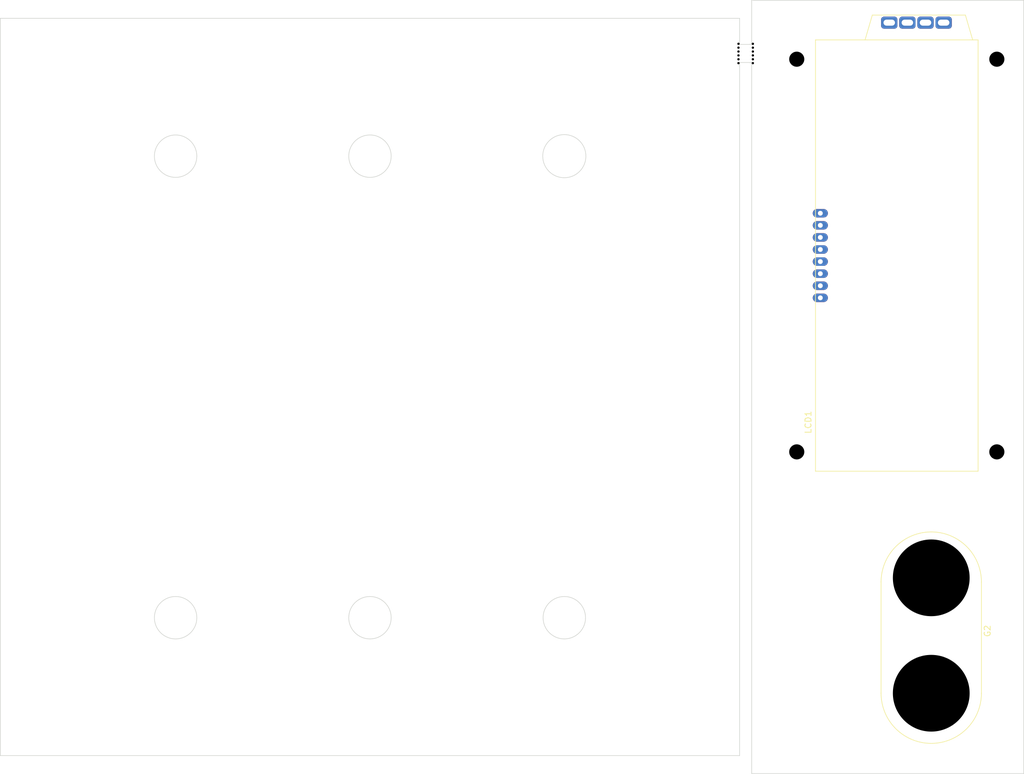
<source format=kicad_pcb>
(kicad_pcb (version 20211014) (generator pcbnew)
  (layers (0 "F.Cu" signal) (31 "B.Cu" signal) (34 "B.Paste" user) (35 "F.Paste" user) (36 "B.SilkS" user "B.Silkscreen") (37 "F.SilkS" user "F.Silkscreen") (38 "B.Mask" user) (39 "F.Mask" user) (44 "Edge.Cuts" user))
  (net 0 "")
  (net 1 "/Interface/DISPLAY_RST")
  (net 2 "/Interface/DISPLAY_SCL")
  (net 3 "/Interface/DISPLAY_SDA")
  (net 4 "GND")
  (net 5 "+3V3")
  (net 6 "/Interface/DISPLAY_VOUT")
  (net 7 "/Interface/DISPLAY_C1+")
  (net 8 "/Interface/DISPLAY_C1-")
  (footprint "master-vampire:MOUSEBITE_3mm_MechApp" (layer "F.Cu") (at 170.49 33.2 180)
    (fp_text reference "REF**" hide)
    (fp_text value "MOUSEBITE_3mm_MechApp" hide)
    (pad "" np_thru_hole circle (at 0 1.92 180) (size 0.38 0.38) (drill 0.38) (layers *.Mask))
    (pad "" np_thru_hole circle (at 0 0.64 180) (size 0.38 0.38) (drill 0.38) (layers *.Mask))
    (pad "" np_thru_hole circle (at 0 2.56 180) (size 0.38 0.38) (drill 0.38) (layers *.Mask))
    (pad "" np_thru_hole circle (at 0 1.28 180) (size 0.38 0.38) (drill 0.38) (layers *.Mask))
    (pad "" np_thru_hole circle (at 0 0 180) (size 0.38 0.38) (drill 0.38) (layers *.Mask))
    (pad "" np_thru_hole circle (at 0 3.2 180) (size 0.38 0.38) (drill 0.38) (layers *.Mask))
  )
  (footprint "master-vampire:NHD-C0220BiZ-FSRGB-FBW-3VM" (layer "F.Cu") (at 181.65 72.05 90)
    (fp_text reference "LCD1" (at -20.6 -2 90 unlocked) (layer "F.SilkS"))
    (fp_text value "LCD_NHD-C0220BIZ-FSRGB-FBW-3VM")
    (fp_line (start -28.7 -0.8) (end -28.7 26.1) (layer "F.SilkS") (width 0.12))
    (fp_line (start 42.7 26.1) (end 42.7 -0.8) (layer "F.SilkS") (width 0.12))
    (fp_line (start -28.7 26.1) (end 42.7 26.1) (layer "F.SilkS") (width 0.12))
    (fp_line (start 42.7 -0.8) (end -28.7 -0.8) (layer "F.SilkS") (width 0.12))
    (fp_line (start 42.7 25.2) (end 46.8 24) (layer "F.SilkS") (width 0.12))
    (fp_line (start 46.8 24) (end 46.8 8.6) (layer "F.SilkS") (width 0.12))
    (fp_line (start 46.8 8.6) (end 42.7 7.4) (layer "F.SilkS") (width 0.12))
    (pad "" np_thru_hole circle (at -25.5 29.2 90) (size 2.5 2.5) (drill 2.5) (layers *.Mask))
    (pad "" np_thru_hole circle (at 39.5 -3.9 90) (size 2.5 2.5) (drill 2.5) (layers *.Mask))
    (pad "" np_thru_hole circle (at 39.5 29.2 90) (size 2.5 2.5) (drill 2.5) (layers *.Mask))
    (pad "" np_thru_hole circle (at -25.5 -3.9 90) (size 2.5 2.5) (drill 2.5) (layers *.Mask))
    (pad "1" thru_hole oval (at 0 0 90) (size 1.4 2.5) (drill 0.8) (layers *.Cu *.Mask) (net 1 "/Interface/DISPLAY_RST"))
    (pad "2" thru_hole oval (at 2 0 90) (size 1.4 2.5) (drill 0.8) (layers *.Cu *.Mask) (net 2 "/Interface/DISPLAY_SCL"))
    (pad "3" thru_hole oval (at 4 0 90) (size 1.4 2.5) (drill 0.8) (layers *.Cu *.Mask) (net 3 "/Interface/DISPLAY_SDA"))
    (pad "4" thru_hole oval (at 6 0 90) (size 1.4 2.5) (drill 0.8) (layers *.Cu *.Mask) (net 4 "GND"))
    (pad "5" thru_hole oval (at 8 0 90) (size 1.4 2.5) (drill 0.8) (layers *.Cu *.Mask) (net 5 "+3V3"))
    (pad "6" thru_hole oval (at 10 0 90) (size 1.4 2.5) (drill 0.8) (layers *.Cu *.Mask) (net 6 "/Interface/DISPLAY_VOUT"))
    (pad "7" thru_hole oval (at 12 0 90) (size 1.4 2.5) (drill 0.8) (layers *.Cu *.Mask) (net 7 "/Interface/DISPLAY_C1+"))
    (pad "8" thru_hole oval (at 14 0 90) (size 1.4 2.5) (drill 0.8) (layers *.Cu *.Mask) (net 8 "/Interface/DISPLAY_C1-"))
    (pad "A" thru_hole roundrect (at 45.55 11.4 90) (size 2 2.7) (drill oval 1 1.9) (layers *.Cu *.Mask))
    (pad "BK" thru_hole roundrect (at 45.55 14.4 90) (size 2 2.7) (drill oval 1 1.9) (layers *.Cu *.Mask))
    (pad "GK" thru_hole roundrect (at 45.55 17.4 90) (size 2 2.7) (drill oval 1 1.9) (layers *.Cu *.Mask))
    (pad "RK" thru_hole roundrect (at 45.55 20.4 90) (size 2 2.7) (drill oval 1 1.9) (layers *.Cu *.Mask))
  )
  (footprint "master-vampire:H_BindingPost-Dual" (layer "F.Cu") (at 200 137.5 90)
    (fp_text reference "G2" (at 10.3 9.3 90 unlocked) (layer "F.SilkS"))
    (fp_text value "G")
    (fp_line (start 18.4 8.3) (end 0 8.3) (layer "F.SilkS") (width 0.12))
    (fp_line (start 18.4 -8.3) (end 0 -8.3) (layer "F.SilkS") (width 0.12))
    (fp_arc (start 18.4 -8.3) (mid 26.7 0) (end 18.4 8.3) (layer "F.SilkS") (width 0.12))
    (fp_arc (start 0 8.3) (mid -8.3 0) (end 0 -8.3) (layer "F.SilkS") (width 0.12))
    (pad "" np_thru_hole circle (at 0 0 90) (size 12.7 12.7) (drill 12.7) (layers *.Mask))
    (pad "" np_thru_hole circle (at 19.1 0 90) (size 12.7 12.7) (drill 12.7) (layers *.Mask))
  )
  (footprint "master-vampire:MOUSEBITE_3mm_MechApp" (layer "F.Cu") (at 168.11 30)
    (fp_text reference "REF**" hide)
    (fp_text value "MOUSEBITE_3mm_MechApp" hide)
    (pad "" np_thru_hole circle (at 0 1.28) (size 0.38 0.38) (drill 0.38) (layers *.Mask))
    (pad "" np_thru_hole circle (at 0 3.2) (size 0.38 0.38) (drill 0.38) (layers *.Mask))
    (pad "" np_thru_hole circle (at 0 1.92) (size 0.38 0.38) (drill 0.38) (layers *.Mask))
    (pad "" np_thru_hole circle (at 0 2.56) (size 0.38 0.38) (drill 0.38) (layers *.Mask))
    (pad "" np_thru_hole circle (at 0 0) (size 0.38 0.38) (drill 0.38) (layers *.Mask))
    (pad "" np_thru_hole circle (at 0 0.64) (size 0.38 0.38) (drill 0.38) (layers *.Mask))
  )
  (gr_line (start 46 147.82) (end 46 25.78) (layer "Edge.Cuts") (width 0.1))
  (gr_line (start 168.3 25.78) (end 46 25.78) (layer "Edge.Cuts") (width 0.1))
  (gr_circle (center 75 48.6) (end 78.51 48.6) (layer "Edge.Cuts") (width 0.1) (fill none))
  (gr_circle (center 107.15 48.6) (end 110.66 48.6) (layer "Edge.Cuts") (width 0.1) (fill none))
  (gr_line (start 168.3 33.1) (end 170.3 33.1) (layer "Edge.Cuts") (width 0.1))
  (gr_line (start 170.3 150.8) (end 215.3 150.8) (layer "Edge.Cuts") (width 0.1))
  (gr_line (start 170.3 150.8) (end 170.3 33.1) (layer "Edge.Cuts") (width 0.1))
  (gr_line (start 215.3 22.8) (end 215.3 150.8) (layer "Edge.Cuts") (width 0.1))
  (gr_line (start 168.3 147.82) (end 46 147.82) (layer "Edge.Cuts") (width 0.1))
  (gr_line (start 168.3 25.78) (end 168.3 30.1) (layer "Edge.Cuts") (width 0.1))
  (gr_line (start 168.3 30.1) (end 170.3 30.1) (layer "Edge.Cuts") (width 0.1))
  (gr_line (start 170.3 30.1) (end 170.3 22.8) (layer "Edge.Cuts") (width 0.1))
  (gr_circle (center 75 125) (end 78.51 125) (layer "Edge.Cuts") (width 0.1) (fill none))
  (gr_line (start 168.3 33.1) (end 168.3 147.82) (layer "Edge.Cuts") (width 0.1))
  (gr_circle (center 107.15 125) (end 110.66 125) (layer "Edge.Cuts") (width 0.1) (fill none))
  (gr_circle (center 139.3 48.6) (end 142.87 48.6) (layer "Edge.Cuts") (width 0.1) (fill none))
  (gr_line (start 170.3 22.8) (end 215.3 22.8) (layer "Edge.Cuts") (width 0.1))
  (gr_circle (center 139.3 125) (end 142.81 125) (layer "Edge.Cuts") (width 0.1) (fill none))
)
</source>
